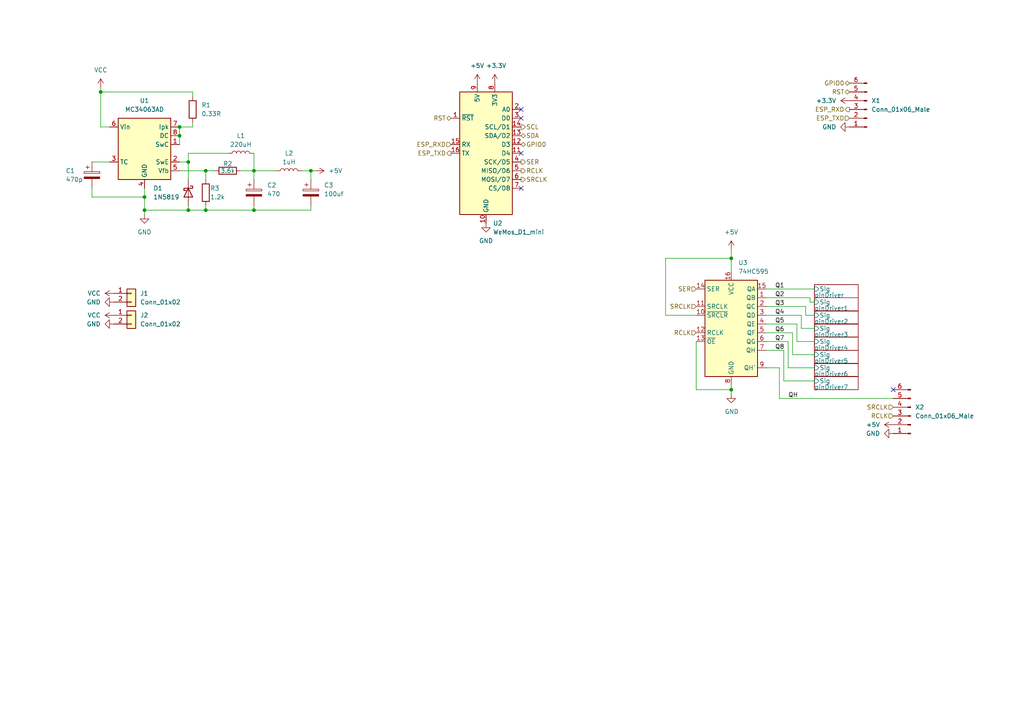
<source format=kicad_sch>
(kicad_sch (version 20211123) (generator eeschema)
  (paper "A4")
  (lib_symbols
    (symbol "74xx:74HC595"
      (property "Reference" "U" (at -7.62 13.97 0))
      (property "Value" "74HC595" (at -7.62 -16.51 0))
      (symbol "74HC595_1_0"
        (pin tri_state line (at 10.16 7.62 180) (length 2.54) (name "QB") (number "1"))
        (pin input line (at -10.16 2.54 0) (length 2.54) (name "~{SRCLR}") (number "10"))
        (pin input line (at -10.16 5.08 0) (length 2.54) (name "SRCLK") (number "11"))
        (pin input line (at -10.16 -2.54 0) (length 2.54) (name "RCLK") (number "12"))
        (pin input line (at -10.16 -5.08 0) (length 2.54) (name "~{OE}") (number "13"))
        (pin input line (at -10.16 10.16 0) (length 2.54) (name "SER") (number "14"))
        (pin tri_state line (at 10.16 10.16 180) (length 2.54) (name "QA") (number "15"))
        (pin power_in line (at 0 15.24 270) (length 2.54) (name "VCC") (number "16"))
        (pin tri_state line (at 10.16 5.08 180) (length 2.54) (name "QC") (number "2"))
        (pin tri_state line (at 10.16 2.54 180) (length 2.54) (name "QD") (number "3"))
        (pin tri_state line (at 10.16 0 180) (length 2.54) (name "QE") (number "4"))
        (pin tri_state line (at 10.16 -2.54 180) (length 2.54) (name "QF") (number "5"))
        (pin tri_state line (at 10.16 -5.08 180) (length 2.54) (name "QG") (number "6"))
        (pin tri_state line (at 10.16 -7.62 180) (length 2.54) (name "QH") (number "7"))
        (pin power_in line (at 0 -17.78 90) (length 2.54) (name "GND") (number "8"))
        (pin output line (at 10.16 -12.7 180) (length 2.54) (name "QH'") (number "9"))
      )
      (symbol "74HC595_1_1"
        (rectangle (start -7.62 12.7) (end 7.62 -15.24) (stroke (width 0.254)) (fill (type background)))
      )
    )
    (symbol "Connector:Conn_01x06_Male" (pin_names (offset 1.016) hide)
      (property "Reference" "J" (at 0 7.62 0))
      (property "Value" "Conn_01x06_Male" (at 0 -10.16 0))
      (symbol "Conn_01x06_Male_1_1"
        (polyline (pts (xy 1.27 -7.62) (xy 0.8636 -7.62)) (stroke (width 0.1524)))
        (polyline (pts (xy 1.27 -5.08) (xy 0.8636 -5.08)) (stroke (width 0.1524)))
        (polyline (pts (xy 1.27 -2.54) (xy 0.8636 -2.54)) (stroke (width 0.1524)))
        (polyline (pts (xy 1.27 0) (xy 0.8636 0)) (stroke (width 0.1524)))
        (polyline (pts (xy 1.27 2.54) (xy 0.8636 2.54)) (stroke (width 0.1524)))
        (polyline (pts (xy 1.27 5.08) (xy 0.8636 5.08)) (stroke (width 0.1524)))
        (rectangle (start 0.8636 -7.493) (end 0 -7.747) (stroke (width 0.1524)) (fill (type outline)))
        (rectangle (start 0.8636 -4.953) (end 0 -5.207) (stroke (width 0.1524)) (fill (type outline)))
        (rectangle (start 0.8636 -2.413) (end 0 -2.667) (stroke (width 0.1524)) (fill (type outline)))
        (rectangle (start 0.8636 0.127) (end 0 -0.127) (stroke (width 0.1524)) (fill (type outline)))
        (rectangle (start 0.8636 2.667) (end 0 2.413) (stroke (width 0.1524)) (fill (type outline)))
        (rectangle (start 0.8636 5.207) (end 0 4.953) (stroke (width 0.1524)) (fill (type outline)))
        (pin passive line (at 5.08 5.08 180) (length 3.81) (name "Pin_1") (number "1"))
        (pin passive line (at 5.08 2.54 180) (length 3.81) (name "Pin_2") (number "2"))
        (pin passive line (at 5.08 0 180) (length 3.81) (name "Pin_3") (number "3"))
        (pin passive line (at 5.08 -2.54 180) (length 3.81) (name "Pin_4") (number "4"))
        (pin passive line (at 5.08 -5.08 180) (length 3.81) (name "Pin_5") (number "5"))
        (pin passive line (at 5.08 -7.62 180) (length 3.81) (name "Pin_6") (number "6"))
      )
    )
    (symbol "Connector_Generic:Conn_01x02" (pin_names (offset 1.016) hide)
      (property "Reference" "J" (at 0 2.54 0))
      (property "Value" "Conn_01x02" (at 0 -5.08 0))
      (symbol "Conn_01x02_1_1"
        (rectangle (start -1.27 -2.413) (end 0 -2.667) (stroke (width 0.1524)))
        (rectangle (start -1.27 0.127) (end 0 -0.127) (stroke (width 0.1524)))
        (rectangle (start -1.27 1.27) (end 1.27 -3.81) (stroke (width 0.254)) (fill (type background)))
        (pin passive line (at -5.08 0 0) (length 3.81) (name "Pin_1") (number "1"))
        (pin passive line (at -5.08 -2.54 0) (length 3.81) (name "Pin_2") (number "2"))
      )
    )
    (symbol "Device:C_Polarized" (pin_numbers hide) (pin_names (offset 0.254))
      (property "Reference" "C" (at 0.635 2.54 0))
      (property "Value" "C_Polarized" (at 0.635 -2.54 0))
      (symbol "C_Polarized_0_1"
        (rectangle (start -2.286 0.508) (end 2.286 1.016))
        (polyline (pts (xy -1.778 2.286) (xy -0.762 2.286)))
        (polyline (pts (xy -1.27 2.794) (xy -1.27 1.778)))
        (rectangle (start 2.286 -0.508) (end -2.286 -1.016) (fill (type outline)))
      )
      (symbol "C_Polarized_1_1"
        (pin passive line (at 0 3.81 270) (length 2.794) (name "~") (number "1"))
        (pin passive line (at 0 -3.81 90) (length 2.794) (name "~") (number "2"))
      )
    )
    (symbol "Device:L" (pin_numbers hide) (pin_names (offset 1.016) hide)
      (property "Reference" "L" (at -1.27 0 90))
      (property "Value" "L" (at 1.905 0 90))
      (symbol "L_0_1"
        (arc (start 0 -2.54) (mid 0.635 -1.905) (end 0 -1.27))
        (arc (start 0 -1.27) (mid 0.635 -0.635) (end 0 0))
        (arc (start 0 0) (mid 0.635 0.635) (end 0 1.27))
        (arc (start 0 1.27) (mid 0.635 1.905) (end 0 2.54))
      )
      (symbol "L_1_1"
        (pin passive line (at 0 3.81 270) (length 1.27) (name "1") (number "1"))
        (pin passive line (at 0 -3.81 90) (length 1.27) (name "2") (number "2"))
      )
    )
    (symbol "Device:R" (pin_numbers hide) (pin_names (offset 0))
      (property "Reference" "R" (at 2.032 0 90))
      (property "Value" "R" (at 0 0 90))
      (symbol "R_0_1"
        (rectangle (start -1.016 -2.54) (end 1.016 2.54) (stroke (width 0.254)))
      )
      (symbol "R_1_1"
        (pin passive line (at 0 3.81 270) (length 1.27) (name "~") (number "1"))
        (pin passive line (at 0 -3.81 90) (length 1.27) (name "~") (number "2"))
      )
    )
    (symbol "Diode:1N5819" (pin_numbers hide) (pin_names (offset 1.016) hide)
      (property "Reference" "D" (at 0 2.54 0))
      (property "Value" "1N5819" (at 0 -2.54 0))
      (symbol "1N5819_0_1"
        (polyline (pts (xy 1.27 0) (xy -1.27 0)))
        (polyline (pts (xy 1.27 1.27) (xy 1.27 -1.27) (xy -1.27 0) (xy 1.27 1.27)) (stroke (width 0.254)))
        (polyline (pts (xy -1.905 0.635) (xy -1.905 1.27) (xy -1.27 1.27) (xy -1.27 -1.27) (xy -0.635 -1.27) (xy -0.635 -0.635)) (stroke (width 0.254)))
      )
      (symbol "1N5819_1_1"
        (pin passive line (at -3.81 0 0) (length 2.54) (name "K") (number "1"))
        (pin passive line (at 3.81 0 180) (length 2.54) (name "A") (number "2"))
      )
    )
    (symbol "MCU_Module:WeMos_D1_mini"
      (property "Reference" "U" (at 3.81 19.05 0))
      (property "Value" "WeMos_D1_mini" (at 1.27 -19.05 0))
      (symbol "WeMos_D1_mini_1_1"
        (rectangle (start -7.62 17.78) (end 7.62 -17.78) (stroke (width 0.254)) (fill (type background)))
        (pin input line (at -10.16 10.16 0) (length 2.54) (name "~{RST}") (number "1"))
        (pin power_in line (at 0 -20.32 90) (length 2.54) (name "GND") (number "10"))
        (pin bidirectional line (at 10.16 0 180) (length 2.54) (name "D4") (number "11"))
        (pin bidirectional line (at 10.16 2.54 180) (length 2.54) (name "D3") (number "12"))
        (pin bidirectional line (at 10.16 5.08 180) (length 2.54) (name "SDA/D2") (number "13"))
        (pin bidirectional line (at 10.16 7.62 180) (length 2.54) (name "SCL/D1") (number "14"))
        (pin input line (at -10.16 2.54 0) (length 2.54) (name "RX") (number "15"))
        (pin output line (at -10.16 0 0) (length 2.54) (name "TX") (number "16"))
        (pin input line (at 10.16 12.7 180) (length 2.54) (name "A0") (number "2"))
        (pin bidirectional line (at 10.16 10.16 180) (length 2.54) (name "D0") (number "3"))
        (pin bidirectional line (at 10.16 -2.54 180) (length 2.54) (name "SCK/D5") (number "4"))
        (pin bidirectional line (at 10.16 -5.08 180) (length 2.54) (name "MISO/D6") (number "5"))
        (pin bidirectional line (at 10.16 -7.62 180) (length 2.54) (name "MOSI/D7") (number "6"))
        (pin bidirectional line (at 10.16 -10.16 180) (length 2.54) (name "CS/D8") (number "7"))
        (pin power_out line (at 2.54 20.32 270) (length 2.54) (name "3V3") (number "8"))
        (pin power_in line (at -2.54 20.32 270) (length 2.54) (name "5V") (number "9"))
      )
    )
    (symbol "Regulator_Switching:MC34063AD"
      (property "Reference" "U" (at -7.62 8.89 0))
      (property "Value" "MC34063AD" (at 0 8.89 0))
      (symbol "MC34063AD_0_1"
        (rectangle (start -7.62 7.62) (end 7.62 -10.16) (stroke (width 0.254)) (fill (type background)))
      )
      (symbol "MC34063AD_1_1"
        (pin open_collector line (at 10.16 0 180) (length 2.54) (name "SwC") (number "1"))
        (pin open_emitter line (at 10.16 -5.08 180) (length 2.54) (name "SwE") (number "2"))
        (pin passive line (at -10.16 -5.08 0) (length 2.54) (name "TC") (number "3"))
        (pin power_in line (at 0 -12.7 90) (length 2.54) (name "GND") (number "4"))
        (pin input line (at 10.16 -7.62 180) (length 2.54) (name "Vfb") (number "5"))
        (pin power_in line (at -10.16 5.08 0) (length 2.54) (name "Vin") (number "6"))
        (pin input line (at 10.16 5.08 180) (length 2.54) (name "Ipk") (number "7"))
        (pin open_collector line (at 10.16 2.54 180) (length 2.54) (name "DC") (number "8"))
      )
    )
    (symbol "power:+3.3V" (power) (pin_names (offset 0))
      (property "Value" "+3.3V" (at 0 3.556 0))
      (symbol "+3.3V_0_1"
        (polyline (pts (xy -0.762 1.27) (xy 0 2.54)))
        (polyline (pts (xy 0 0) (xy 0 2.54)))
        (polyline (pts (xy 0 2.54) (xy 0.762 1.27)))
      )
      (symbol "+3.3V_1_1"
        (pin power_in line (at 0 0 90) (length 0) hide (name "+3.3V") (number "1"))
      )
    )
    (symbol "power:+5V" (power) (pin_names (offset 0))
      (property "Value" "+5V" (at 0 3.556 0))
      (symbol "+5V_0_1"
        (polyline (pts (xy -0.762 1.27) (xy 0 2.54)))
        (polyline (pts (xy 0 0) (xy 0 2.54)))
        (polyline (pts (xy 0 2.54) (xy 0.762 1.27)))
      )
      (symbol "+5V_1_1"
        (pin power_in line (at 0 0 90) (length 0) hide (name "+5V") (number "1"))
      )
    )
    (symbol "power:GND" (power) (pin_names (offset 0))
      (property "Value" "GND" (at 0 -3.81 0))
      (symbol "GND_0_1"
        (polyline (pts (xy 0 0) (xy 0 -1.27) (xy 1.27 -1.27) (xy 0 -2.54) (xy -1.27 -1.27) (xy 0 -1.27)))
      )
      (symbol "GND_1_1"
        (pin power_in line (at 0 0 270) (length 0) hide (name "GND") (number "1"))
      )
    )
    (symbol "power:VCC" (power) (pin_names (offset 0))
      (property "Value" "VCC" (at 0 3.81 0))
      (symbol "VCC_0_1"
        (polyline (pts (xy -0.762 1.27) (xy 0 2.54)))
        (polyline (pts (xy 0 0) (xy 0 2.54)))
        (polyline (pts (xy 0 2.54) (xy 0.762 1.27)))
      )
      (symbol "VCC_1_1"
        (pin power_in line (at 0 0 90) (length 0) hide (name "VCC") (number "1"))
      )
    )
  )
  (junction (at 52.07 39.37))
  (junction (at 54.61 60.96))
  (junction (at 73.66 49.53))
  (junction (at 59.69 60.96))
  (junction (at 29.21 26.67))
  (junction (at 212.09 74.93))
  (junction (at 52.07 36.83))
  (junction (at 212.09 113.03))
  (junction (at 90.17 49.53))
  (junction (at 59.69 49.53))
  (junction (at 41.91 57.15))
  (junction (at 41.91 60.96))
  (junction (at 54.61 46.99))
  (junction (at 73.66 60.96))
  (no_connect (at 151.13 31.75))
  (no_connect (at 151.13 44.45))
  (no_connect (at 259.08 113.03))
  (no_connect (at 151.13 34.29))
  (no_connect (at 151.13 54.61))
  (wire (pts (xy 212.09 113.03) (xy 201.93 113.03)))
  (wire (pts (xy 73.66 44.45) (xy 73.66 49.53)))
  (wire (pts (xy 259.08 115.57) (xy 226.06 115.57)))
  (wire (pts (xy 228.6 106.68) (xy 236.22 106.68)))
  (wire (pts (xy 59.69 59.69) (xy 59.69 60.96)))
  (wire (pts (xy 90.17 60.96) (xy 90.17 59.69)))
  (wire (pts (xy 54.61 46.99) (xy 52.07 46.99)))
  (wire (pts (xy 54.61 52.07) (xy 54.61 46.99)))
  (wire (pts (xy 222.25 86.36) (xy 234.95 86.36)))
  (wire (pts (xy 52.07 36.83) (xy 52.07 39.37)))
  (wire (pts (xy 54.61 60.96) (xy 59.69 60.96)))
  (wire (pts (xy 232.41 91.44) (xy 232.41 95.25)))
  (wire (pts (xy 222.25 99.06) (xy 228.6 99.06)))
  (wire (pts (xy 55.88 27.94) (xy 55.88 26.67)))
  (wire (pts (xy 59.69 52.07) (xy 59.69 49.53)))
  (wire (pts (xy 227.33 110.49) (xy 227.33 101.6)))
  (wire (pts (xy 212.09 74.93) (xy 193.04 74.93)))
  (wire (pts (xy 227.33 101.6) (xy 222.25 101.6)))
  (wire (pts (xy 226.06 115.57) (xy 226.06 106.68)))
  (wire (pts (xy 26.67 57.15) (xy 41.91 57.15)))
  (wire (pts (xy 41.91 60.96) (xy 54.61 60.96)))
  (wire (pts (xy 73.66 52.07) (xy 73.66 49.53)))
  (wire (pts (xy 212.09 72.39) (xy 212.09 74.93)))
  (wire (pts (xy 29.21 25.4) (xy 29.21 26.67)))
  (wire (pts (xy 232.41 95.25) (xy 236.22 95.25)))
  (wire (pts (xy 236.22 99.06) (xy 231.14 99.06)))
  (wire (pts (xy 229.87 96.52) (xy 229.87 102.87)))
  (wire (pts (xy 234.95 86.36) (xy 234.95 87.63)))
  (wire (pts (xy 73.66 60.96) (xy 90.17 60.96)))
  (wire (pts (xy 52.07 39.37) (xy 52.07 41.91)))
  (wire (pts (xy 234.95 87.63) (xy 236.22 87.63)))
  (wire (pts (xy 29.21 26.67) (xy 29.21 36.83)))
  (wire (pts (xy 59.69 49.53) (xy 62.23 49.53)))
  (wire (pts (xy 69.85 49.53) (xy 73.66 49.53)))
  (wire (pts (xy 236.22 110.49) (xy 227.33 110.49)))
  (wire (pts (xy 26.67 46.99) (xy 31.75 46.99)))
  (wire (pts (xy 54.61 59.69) (xy 54.61 60.96)))
  (wire (pts (xy 29.21 36.83) (xy 31.75 36.83)))
  (wire (pts (xy 26.67 54.61) (xy 26.67 57.15)))
  (wire (pts (xy 212.09 114.3) (xy 212.09 113.03)))
  (wire (pts (xy 54.61 44.45) (xy 66.04 44.45)))
  (wire (pts (xy 212.09 113.03) (xy 212.09 111.76)))
  (wire (pts (xy 229.87 102.87) (xy 236.22 102.87)))
  (wire (pts (xy 55.88 35.56) (xy 55.88 36.83)))
  (wire (pts (xy 52.07 49.53) (xy 59.69 49.53)))
  (wire (pts (xy 54.61 44.45) (xy 54.61 46.99)))
  (wire (pts (xy 222.25 91.44) (xy 232.41 91.44)))
  (wire (pts (xy 55.88 36.83) (xy 52.07 36.83)))
  (wire (pts (xy 193.04 91.44) (xy 201.93 91.44)))
  (wire (pts (xy 73.66 49.53) (xy 80.01 49.53)))
  (wire (pts (xy 231.14 93.98) (xy 222.25 93.98)))
  (wire (pts (xy 87.63 49.53) (xy 90.17 49.53)))
  (wire (pts (xy 41.91 62.23) (xy 41.91 60.96)))
  (wire (pts (xy 231.14 99.06) (xy 231.14 93.98)))
  (wire (pts (xy 41.91 57.15) (xy 41.91 54.61)))
  (wire (pts (xy 233.68 91.44) (xy 233.68 88.9)))
  (wire (pts (xy 90.17 49.53) (xy 90.17 52.07)))
  (wire (pts (xy 55.88 26.67) (xy 29.21 26.67)))
  (wire (pts (xy 91.44 49.53) (xy 90.17 49.53)))
  (wire (pts (xy 222.25 96.52) (xy 229.87 96.52)))
  (wire (pts (xy 236.22 91.44) (xy 233.68 91.44)))
  (wire (pts (xy 212.09 74.93) (xy 212.09 78.74)))
  (wire (pts (xy 228.6 99.06) (xy 228.6 106.68)))
  (wire (pts (xy 233.68 88.9) (xy 222.25 88.9)))
  (wire (pts (xy 59.69 60.96) (xy 73.66 60.96)))
  (wire (pts (xy 201.93 113.03) (xy 201.93 99.06)))
  (wire (pts (xy 226.06 106.68) (xy 222.25 106.68)))
  (wire (pts (xy 41.91 60.96) (xy 41.91 57.15)))
  (wire (pts (xy 222.25 83.82) (xy 236.22 83.82)))
  (wire (pts (xy 73.66 59.69) (xy 73.66 60.96)))
  (wire (pts (xy 193.04 74.93) (xy 193.04 91.44)))
  (label "Q8" (at 224.79 101.6 0))
  (label "Q4" (at 224.79 91.44 0))
  (label "Q7" (at 224.79 99.06 0))
  (label "Q5" (at 224.79 93.98 0))
  (label "QH" (at 228.6 115.57 0))
  (label "Q1" (at 224.79 83.82 0))
  (label "Q3" (at 224.79 88.9 0))
  (label "Q6" (at 224.79 96.52 0))
  (label "Q2" (at 224.79 86.36 0))
  (hierarchical_label "RCLK" (shape input) (at 259.08 120.65 180))
  (hierarchical_label "ESP_RXD" (shape input) (at 130.81 41.91 180))
  (hierarchical_label "ESP_TXD" (shape output) (at 130.81 44.45 180))
  (hierarchical_label "GPIO0" (shape bidirectional) (at 151.13 41.91 0))
  (hierarchical_label "RST" (shape bidirectional) (at 130.81 34.29 180))
  (hierarchical_label "RCLK" (shape input) (at 201.93 96.52 180))
  (hierarchical_label "RST" (shape bidirectional) (at 246.38 26.67 180))
  (hierarchical_label "SER" (shape output) (at 151.13 46.99 0))
  (hierarchical_label "GPIO0" (shape bidirectional) (at 246.38 24.13 180))
  (hierarchical_label "SRCLK" (shape output) (at 151.13 52.07 0))
  (hierarchical_label "SDA" (shape bidirectional) (at 151.13 39.37 0))
  (hierarchical_label "SER" (shape input) (at 201.93 83.82 180))
  (hierarchical_label "RCLK" (shape output) (at 151.13 49.53 0))
  (hierarchical_label "ESP_RXD" (shape output) (at 246.38 31.75 180))
  (hierarchical_label "SRCLK" (shape input) (at 259.08 118.11 180))
  (hierarchical_label "SCL" (shape output) (at 151.13 36.83 0))
  (hierarchical_label "SRCLK" (shape input) (at 201.93 88.9 180))
  (hierarchical_label "ESP_TXD" (shape input) (at 246.38 34.29 180))
  (symbol (lib_id "Device:R") (at 66.04 49.53 90) (unit 1)
    (property "Reference" "R2" (at 66.04 47.498 90))
    (property "Value" "3.6k" (at 66.04 49.53 90))
    (property "Footprint" "Resistor_SMD:R_1210_3225Metric_Pad1.30x2.65mm_HandSolder" (effects hide))
  )
  (symbol (lib_id "Device:C_Polarized") (at 73.66 55.88 0) (unit 1)
    (property "Reference" "C2" (at 77.47 53.7209 0) (effects (justify left)))
    (property "Value" "470" (at 77.47 56.2609 0) (effects (justify left)))
    (property "Footprint" "Capacitor_SMD:C_0603_1608Metric_Pad1.08x0.95mm_HandSolder" (effects hide))
  )
  (symbol (lib_id "power:GND") (at 33.02 87.63 270) (unit 1)
    (property "Reference" "#PWR011" (effects hide))
    (property "Value" "GND" (at 29.21 87.6299 90) (effects (justify right)))
  )
  (symbol (lib_id "Connector_Generic:Conn_01x02") (at 38.1 91.44 0) (unit 1)
    (property "Reference" "J2" (at 40.64 91.4399 0) (effects (justify left)))
    (property "Value" "Conn_01x02" (at 40.64 93.9799 0) (effects (justify left)))
    (property "Footprint" "TerminalBlock_Phoenix:TerminalBlock_Phoenix_PT-1,5-2-5.0-H_1x02_P5.00mm_Horizontal" (effects hide))
  )
  (symbol (lib_id "Device:R") (at 59.69 55.88 0) (unit 1)
    (property "Reference" "R3" (at 60.96 54.61 0) (effects (justify left)))
    (property "Value" "1.2k" (at 60.96 57.15 0) (effects (justify left)))
    (property "Footprint" "Resistor_SMD:R_1210_3225Metric_Pad1.30x2.65mm_HandSolder" (effects hide))
  )
  (symbol (lib_id "Device:R") (at 55.88 31.75 0) (unit 1)
    (property "Reference" "R1" (at 58.42 30.4799 0) (effects (justify left)))
    (property "Value" "0.33R" (at 58.42 33.0199 0) (effects (justify left)))
    (property "Footprint" "Resistor_SMD:R_1210_3225Metric_Pad1.30x2.65mm_HandSolder" (effects hide))
  )
  (symbol (lib_id "power:+3.3V") (at 143.51 24.13 0) (unit 1)
    (property "Reference" "#PWR02" (effects hide))
    (property "Value" "+3.3V" (at 140.97 19.05 0) (effects (justify left)))
  )
  (symbol (lib_id "power:GND") (at 246.38 36.83 270) (unit 1)
    (property "Reference" "#PWR05" (effects hide))
    (property "Value" "GND" (at 242.57 36.8299 90) (effects (justify right)))
  )
  (symbol (lib_id "Device:L") (at 69.85 44.45 90) (unit 1)
    (property "Reference" "L1" (at 69.85 39.37 90))
    (property "Value" "220uH" (at 69.85 41.91 90))
    (property "Footprint" "Inductor_SMD:L_TDK_SLF12565" (effects hide))
  )
  (symbol (lib_id "Regulator_Switching:MC34063AD") (at 41.91 41.91 0) (unit 1)
    (property "Reference" "U1" (at 41.91 29.21 0))
    (property "Value" "MC34063AD" (at 41.91 31.75 0))
    (property "Footprint" "Package_SO:SOIC-8_3.9x4.9mm_P1.27mm" (effects hide))
    (property "Datasheet" "http://www.onsemi.com/pub_link/Collateral/MC34063A-D.PDF" (effects hide))
  )
  (symbol (lib_id "Diode:1N5819") (at 54.61 55.88 270) (unit 1)
    (property "Reference" "D1" (at 44.45 54.61 90) (effects (justify left)))
    (property "Value" "1N5819" (at 44.45 57.15 90) (effects (justify left)))
    (property "Footprint" "Diode_THT:D_A-405_P2.54mm_Vertical_AnodeUp" (effects hide))
    (property "Datasheet" "http://www.vishay.com/docs/88525/1n5817.pdf" (effects hide))
  )
  (symbol (lib_id "power:GND") (at 140.97 64.77 0) (unit 1)
    (property "Reference" "#PWR08" (effects hide))
    (property "Value" "GND" (at 140.97 69.85 0))
  )
  (symbol (lib_id "74xx:74HC595") (at 212.09 93.98 0) (unit 1)
    (property "Reference" "U3" (at 214.1094 76.2 0) (effects (justify left)))
    (property "Value" "74HC595" (at 214.1094 78.74 0) (effects (justify left)))
    (property "Footprint" "Package_SO:SOIC-16_3.9x9.9mm_P1.27mm" (effects hide))
    (property "Datasheet" "http://www.ti.com/lit/ds/symlink/sn74hc595.pdf" (effects hide))
  )
  (symbol (lib_id "power:VCC") (at 29.21 25.4 0) (unit 1)
    (property "Reference" "#PWR03" (effects hide))
    (property "Value" "VCC" (at 29.21 20.32 0))
  )
  (symbol (lib_id "power:VCC") (at 33.02 85.09 90) (unit 1)
    (property "Reference" "#PWR010" (effects hide))
    (property "Value" "VCC" (at 29.21 85.0899 90) (effects (justify left)))
  )
  (symbol (lib_id "Device:C_Polarized") (at 90.17 55.88 0) (unit 1)
    (property "Reference" "C3" (at 93.98 53.7209 0) (effects (justify left)))
    (property "Value" "100uf" (at 93.98 56.2609 0) (effects (justify left)))
    (property "Footprint" "Capacitor_SMD:C_Elec_6.3x7.7" (effects hide))
  )
  (symbol (lib_id "Device:C_Polarized") (at 26.67 50.8 0) (unit 1)
    (property "Reference" "C1" (at 19.05 49.53 0) (effects (justify left)))
    (property "Value" "470p" (at 19.05 52.07 0) (effects (justify left)))
    (property "Footprint" "Capacitor_SMD:C_0603_1608Metric_Pad1.08x0.95mm_HandSolder" (effects hide))
  )
  (symbol (lib_id "Connector:Conn_01x06_Male") (at 251.46 31.75 180) (unit 1)
    (property "Reference" "X1" (at 252.73 29.2099 0) (effects (justify right)))
    (property "Value" "Conn_01x06_Male" (at 252.73 31.7499 0) (effects (justify right)))
    (property "Footprint" "Connector_PinHeader_2.54mm:PinHeader_1x06_P2.54mm_Vertical" (effects hide))
  )
  (symbol (lib_id "power:+3.3V") (at 246.38 29.21 90) (unit 1)
    (property "Reference" "#PWR04" (effects hide))
    (property "Value" "+3.3V" (at 242.57 29.2099 90) (effects (justify left)))
  )
  (symbol (lib_id "power:+5V") (at 212.09 72.39 0) (unit 1)
    (property "Reference" "#PWR09" (effects hide))
    (property "Value" "+5V" (at 212.09 67.31 0))
  )
  (symbol (lib_id "power:VCC") (at 33.02 91.44 90) (unit 1)
    (property "Reference" "#PWR012" (effects hide))
    (property "Value" "VCC" (at 29.21 91.4399 90) (effects (justify left)))
  )
  (symbol (lib_id "Connector_Generic:Conn_01x02") (at 38.1 85.09 0) (unit 1)
    (property "Reference" "J1" (at 40.64 85.0899 0) (effects (justify left)))
    (property "Value" "Conn_01x02" (at 40.64 87.6299 0) (effects (justify left)))
    (property "Footprint" "TerminalBlock_Phoenix:TerminalBlock_Phoenix_PT-1,5-2-5.0-H_1x02_P5.00mm_Horizontal" (effects hide))
  )
  (symbol (lib_id "power:+5V") (at 138.43 24.13 0) (unit 1)
    (property "Reference" "#PWR01" (effects hide))
    (property "Value" "+5V" (at 138.43 19.05 0))
  )
  (symbol (lib_id "Device:L") (at 83.82 49.53 90) (unit 1)
    (property "Reference" "L2" (at 83.82 44.45 90))
    (property "Value" "1uH" (at 83.82 46.99 90))
    (property "Footprint" "Inductor_SMD:L_1008_2520Metric_Pad1.43x2.20mm_HandSolder" (effects hide))
  )
  (symbol (lib_id "MCU_Module:WeMos_D1_mini") (at 140.97 44.45 0) (unit 1)
    (property "Reference" "U2" (at 142.9894 64.77 0) (effects (justify left)))
    (property "Value" "WeMos_D1_mini" (at 142.9894 67.31 0) (effects (justify left)))
    (property "Footprint" "Module:WEMOS_D1_mini_light" (effects hide))
    (property "Datasheet" "https://wiki.wemos.cc/products:d1:d1_mini#documentation" (effects hide))
  )
  (symbol (lib_id "Connector:Conn_01x06_Male") (at 264.16 120.65 180) (unit 1)
    (property "Reference" "X2" (at 265.43 118.1099 0) (effects (justify right)))
    (property "Value" "Conn_01x06_Male" (at 265.43 120.6499 0) (effects (justify right)))
    (property "Footprint" "Connector_PinHeader_2.54mm:PinHeader_1x06_P2.54mm_Vertical" (effects hide))
  )
  (symbol (lib_id "power:+5V") (at 91.44 49.53 270) (unit 1)
    (property "Reference" "#PWR06" (effects hide))
    (property "Value" "+5V" (at 95.25 49.5299 90) (effects (justify left)))
  )
  (symbol (lib_id "power:GND") (at 212.09 114.3 0) (unit 1)
    (property "Reference" "#PWR014" (effects hide))
    (property "Value" "GND" (at 210.185 119.38 0) (effects (justify left)))
  )
  (symbol (lib_id "power:GND") (at 41.91 62.23 0) (unit 1)
    (property "Reference" "#PWR07" (effects hide))
    (property "Value" "GND" (at 41.91 67.31 0))
  )
  (symbol (lib_id "power:GND") (at 259.08 125.73 270) (unit 1)
    (property "Reference" "#PWR016" (effects hide))
    (property "Value" "GND" (at 255.27 125.7299 90) (effects (justify right)))
  )
  (symbol (lib_id "power:GND") (at 33.02 93.98 270) (unit 1)
    (property "Reference" "#PWR013" (effects hide))
    (property "Value" "GND" (at 29.21 93.9799 90) (effects (justify right)))
  )
  (symbol (lib_id "power:+5V") (at 259.08 123.19 90) (unit 1)
    (property "Reference" "#PWR015" (effects hide))
    (property "Value" "+5V" (at 255.27 123.1899 90) (effects (justify left)))
  )
  (sheet (at 236.22 93.98) (size 12.7 3.81) (stroke (width 0.1524))
    (property "Sheet name" "pinDriver3" (at 236.22 97.79 0) (effects (justify left bottom)))
    (property "Sheet file" "pinDriver.kicad_sch" (effects hide))
    (pin "Sig" input (at 236.22 95.25 180))
  )
  (sheet (at 236.22 105.41) (size 12.7 3.81) (stroke (width 0.1524))
    (property "Sheet name" "pinDriver6" (at 236.22 109.22 0) (effects (justify left bottom)))
    (property "Sheet file" "pinDriver.kicad_sch" (effects hide))
    (pin "Sig" input (at 236.22 106.68 180))
  )
  (sheet (at 236.22 97.79) (size 12.7 3.81) (stroke (width 0.1524))
    (property "Sheet name" "pinDriver4" (at 236.22 101.6 0) (effects (justify left bottom)))
    (property "Sheet file" "pinDriver.kicad_sch" (effects hide))
    (pin "Sig" input (at 236.22 99.06 180))
  )
  (sheet (at 236.22 90.17) (size 12.7 3.81) (stroke (width 0.1524))
    (property "Sheet name" "pinDriver2" (at 236.22 93.98 0) (effects (justify left bottom)))
    (property "Sheet file" "pinDriver.kicad_sch" (effects hide))
    (pin "Sig" input (at 236.22 91.44 180))
  )
  (sheet (at 236.22 82.55) (size 12.7 3.81) (stroke (width 0.1524))
    (property "Sheet name" "pinDriver" (at 236.22 86.36 0) (effects (justify left bottom)))
    (property "Sheet file" "pinDriver.kicad_sch" (effects hide))
    (pin "Sig" input (at 236.22 83.82 180))
  )
  (sheet (at 236.22 109.22) (size 12.7 3.81) (stroke (width 0.1524))
    (property "Sheet name" "pinDriver7" (at 236.22 113.03 0) (effects (justify left bottom)))
    (property "Sheet file" "pinDriver.kicad_sch" (effects hide))
    (pin "Sig" input (at 236.22 110.49 180))
  )
  (sheet (at 236.22 101.6) (size 12.7 3.81) (stroke (width 0.1524))
    (property "Sheet name" "pinDriver5" (at 236.22 105.41 0) (effects (justify left bottom)))
    (property "Sheet file" "pinDriver.kicad_sch" (effects hide))
    (pin "Sig" input (at 236.22 102.87 180))
  )
  (sheet (at 236.22 86.36) (size 12.7 3.81) (stroke (width 0.1524))
    (property "Sheet name" "pinDriver1" (at 236.22 90.17 0) (effects (justify left bottom)))
    (property "Sheet file" "pinDriver.kicad_sch" (effects hide))
    (pin "Sig" input (at 236.22 87.63 180))
  )
)
</source>
